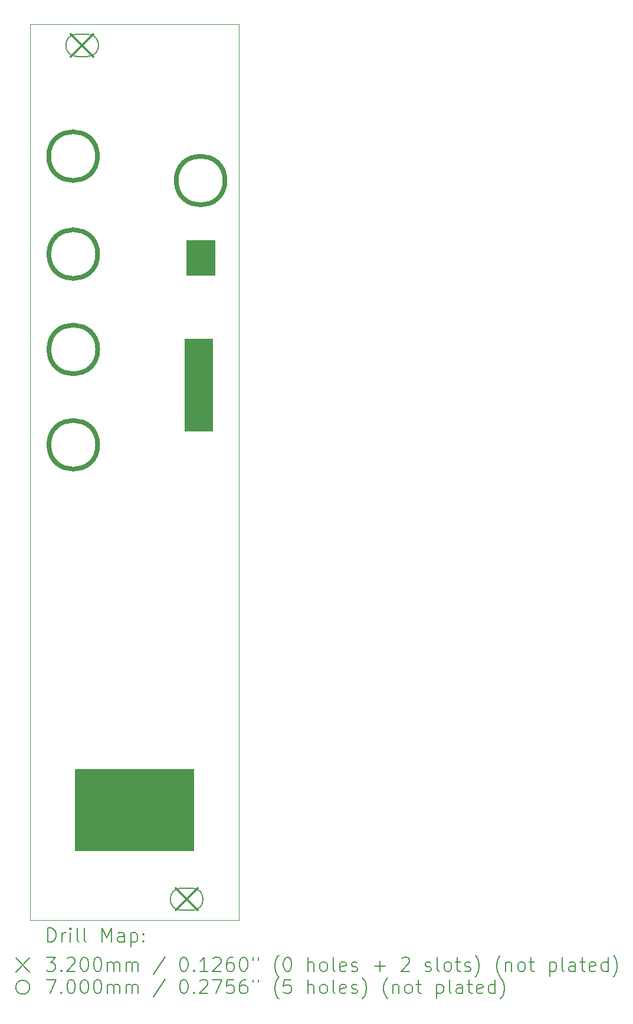
<source format=gbr>
%TF.GenerationSoftware,KiCad,Pcbnew,7.0.5*%
%TF.CreationDate,2023-07-15T15:58:00-07:00*%
%TF.ProjectId,Panel,50616e65-6c2e-46b6-9963-61645f706362,rev?*%
%TF.SameCoordinates,Original*%
%TF.FileFunction,Drillmap*%
%TF.FilePolarity,Positive*%
%FSLAX45Y45*%
G04 Gerber Fmt 4.5, Leading zero omitted, Abs format (unit mm)*
G04 Created by KiCad (PCBNEW 7.0.5) date 2023-07-15 15:58:00*
%MOMM*%
%LPD*%
G01*
G04 APERTURE LIST*
%ADD10C,0.150000*%
%ADD11C,0.050000*%
%ADD12C,0.200000*%
%ADD13C,0.320000*%
%ADD14C,0.700000*%
G04 APERTURE END LIST*
D10*
X8311135Y-14363600D02*
X10001135Y-14363600D01*
X10001135Y-15523600D01*
X8311135Y-15523600D01*
X8311135Y-14363600D01*
G36*
X8311135Y-14363600D02*
G01*
X10001135Y-14363600D01*
X10001135Y-15523600D01*
X8311135Y-15523600D01*
X8311135Y-14363600D01*
G37*
D11*
X7656135Y-3668600D02*
X10656135Y-3668600D01*
X10656135Y-16518600D01*
X7656135Y-16518600D01*
X7656135Y-3668600D01*
X9906135Y-6768600D02*
X10306135Y-6768600D01*
X10306135Y-7268600D01*
X9906135Y-7268600D01*
X9906135Y-6768600D01*
G36*
X9906135Y-6768600D02*
G01*
X10306135Y-6768600D01*
X10306135Y-7268600D01*
X9906135Y-7268600D01*
X9906135Y-6768600D01*
G37*
X9876135Y-8178600D02*
X10276135Y-8178600D01*
X10276135Y-9498600D01*
X9876135Y-9498600D01*
X9876135Y-8178600D01*
G36*
X9876135Y-8178600D02*
G01*
X10276135Y-8178600D01*
X10276135Y-9498600D01*
X9876135Y-9498600D01*
X9876135Y-8178600D01*
G37*
D12*
D13*
X8246135Y-3808600D02*
X8566135Y-4128600D01*
X8566135Y-3808600D02*
X8246135Y-4128600D01*
D12*
X8331135Y-4128600D02*
X8481135Y-4128600D01*
X8481135Y-4128600D02*
G75*
G03*
X8481135Y-3808600I0J160000D01*
G01*
X8481135Y-3808600D02*
X8331135Y-3808600D01*
X8331135Y-3808600D02*
G75*
G03*
X8331135Y-4128600I0J-160000D01*
G01*
D13*
X9746135Y-16058600D02*
X10066135Y-16378600D01*
X10066135Y-16058600D02*
X9746135Y-16378600D01*
D12*
X9831135Y-16378600D02*
X9981135Y-16378600D01*
X9981135Y-16378600D02*
G75*
G03*
X9981135Y-16058600I0J160000D01*
G01*
X9981135Y-16058600D02*
X9831135Y-16058600D01*
X9831135Y-16058600D02*
G75*
G03*
X9831135Y-16378600I0J-160000D01*
G01*
D14*
X8626135Y-5558600D02*
G75*
G03*
X8626135Y-5558600I-350000J0D01*
G01*
X8629135Y-6964100D02*
G75*
G03*
X8629135Y-6964100I-350000J0D01*
G01*
X8629135Y-8331850D02*
G75*
G03*
X8629135Y-8331850I-350000J0D01*
G01*
X8629135Y-9699600D02*
G75*
G03*
X8629135Y-9699600I-350000J0D01*
G01*
X10456135Y-5908600D02*
G75*
G03*
X10456135Y-5908600I-350000J0D01*
G01*
D12*
X7914412Y-16832584D02*
X7914412Y-16632583D01*
X7914412Y-16632583D02*
X7962031Y-16632583D01*
X7962031Y-16632583D02*
X7990603Y-16642107D01*
X7990603Y-16642107D02*
X8009650Y-16661155D01*
X8009650Y-16661155D02*
X8019174Y-16680202D01*
X8019174Y-16680202D02*
X8028698Y-16718298D01*
X8028698Y-16718298D02*
X8028698Y-16746869D01*
X8028698Y-16746869D02*
X8019174Y-16784964D01*
X8019174Y-16784964D02*
X8009650Y-16804012D01*
X8009650Y-16804012D02*
X7990603Y-16823060D01*
X7990603Y-16823060D02*
X7962031Y-16832584D01*
X7962031Y-16832584D02*
X7914412Y-16832584D01*
X8114412Y-16832584D02*
X8114412Y-16699250D01*
X8114412Y-16737345D02*
X8123936Y-16718298D01*
X8123936Y-16718298D02*
X8133460Y-16708774D01*
X8133460Y-16708774D02*
X8152507Y-16699250D01*
X8152507Y-16699250D02*
X8171555Y-16699250D01*
X8238222Y-16832584D02*
X8238222Y-16699250D01*
X8238222Y-16632583D02*
X8228698Y-16642107D01*
X8228698Y-16642107D02*
X8238222Y-16651631D01*
X8238222Y-16651631D02*
X8247745Y-16642107D01*
X8247745Y-16642107D02*
X8238222Y-16632583D01*
X8238222Y-16632583D02*
X8238222Y-16651631D01*
X8362031Y-16832584D02*
X8342984Y-16823060D01*
X8342984Y-16823060D02*
X8333460Y-16804012D01*
X8333460Y-16804012D02*
X8333460Y-16632583D01*
X8466793Y-16832584D02*
X8447746Y-16823060D01*
X8447746Y-16823060D02*
X8438222Y-16804012D01*
X8438222Y-16804012D02*
X8438222Y-16632583D01*
X8695365Y-16832584D02*
X8695365Y-16632583D01*
X8695365Y-16632583D02*
X8762031Y-16775441D01*
X8762031Y-16775441D02*
X8828698Y-16632583D01*
X8828698Y-16632583D02*
X8828698Y-16832584D01*
X9009650Y-16832584D02*
X9009650Y-16727822D01*
X9009650Y-16727822D02*
X9000127Y-16708774D01*
X9000127Y-16708774D02*
X8981079Y-16699250D01*
X8981079Y-16699250D02*
X8942984Y-16699250D01*
X8942984Y-16699250D02*
X8923936Y-16708774D01*
X9009650Y-16823060D02*
X8990603Y-16832584D01*
X8990603Y-16832584D02*
X8942984Y-16832584D01*
X8942984Y-16832584D02*
X8923936Y-16823060D01*
X8923936Y-16823060D02*
X8914412Y-16804012D01*
X8914412Y-16804012D02*
X8914412Y-16784964D01*
X8914412Y-16784964D02*
X8923936Y-16765917D01*
X8923936Y-16765917D02*
X8942984Y-16756393D01*
X8942984Y-16756393D02*
X8990603Y-16756393D01*
X8990603Y-16756393D02*
X9009650Y-16746869D01*
X9104888Y-16699250D02*
X9104888Y-16899250D01*
X9104888Y-16708774D02*
X9123936Y-16699250D01*
X9123936Y-16699250D02*
X9162031Y-16699250D01*
X9162031Y-16699250D02*
X9181079Y-16708774D01*
X9181079Y-16708774D02*
X9190603Y-16718298D01*
X9190603Y-16718298D02*
X9200127Y-16737345D01*
X9200127Y-16737345D02*
X9200127Y-16794488D01*
X9200127Y-16794488D02*
X9190603Y-16813536D01*
X9190603Y-16813536D02*
X9181079Y-16823060D01*
X9181079Y-16823060D02*
X9162031Y-16832584D01*
X9162031Y-16832584D02*
X9123936Y-16832584D01*
X9123936Y-16832584D02*
X9104888Y-16823060D01*
X9285841Y-16813536D02*
X9295365Y-16823060D01*
X9295365Y-16823060D02*
X9285841Y-16832584D01*
X9285841Y-16832584D02*
X9276317Y-16823060D01*
X9276317Y-16823060D02*
X9285841Y-16813536D01*
X9285841Y-16813536D02*
X9285841Y-16832584D01*
X9285841Y-16708774D02*
X9295365Y-16718298D01*
X9295365Y-16718298D02*
X9285841Y-16727822D01*
X9285841Y-16727822D02*
X9276317Y-16718298D01*
X9276317Y-16718298D02*
X9285841Y-16708774D01*
X9285841Y-16708774D02*
X9285841Y-16727822D01*
X7453635Y-17061100D02*
X7653635Y-17261100D01*
X7653635Y-17061100D02*
X7453635Y-17261100D01*
X7895365Y-17052584D02*
X8019174Y-17052584D01*
X8019174Y-17052584D02*
X7952507Y-17128774D01*
X7952507Y-17128774D02*
X7981079Y-17128774D01*
X7981079Y-17128774D02*
X8000126Y-17138298D01*
X8000126Y-17138298D02*
X8009650Y-17147822D01*
X8009650Y-17147822D02*
X8019174Y-17166869D01*
X8019174Y-17166869D02*
X8019174Y-17214488D01*
X8019174Y-17214488D02*
X8009650Y-17233536D01*
X8009650Y-17233536D02*
X8000126Y-17243060D01*
X8000126Y-17243060D02*
X7981079Y-17252584D01*
X7981079Y-17252584D02*
X7923936Y-17252584D01*
X7923936Y-17252584D02*
X7904888Y-17243060D01*
X7904888Y-17243060D02*
X7895365Y-17233536D01*
X8104888Y-17233536D02*
X8114412Y-17243060D01*
X8114412Y-17243060D02*
X8104888Y-17252584D01*
X8104888Y-17252584D02*
X8095365Y-17243060D01*
X8095365Y-17243060D02*
X8104888Y-17233536D01*
X8104888Y-17233536D02*
X8104888Y-17252584D01*
X8190603Y-17071631D02*
X8200126Y-17062107D01*
X8200126Y-17062107D02*
X8219174Y-17052584D01*
X8219174Y-17052584D02*
X8266793Y-17052584D01*
X8266793Y-17052584D02*
X8285841Y-17062107D01*
X8285841Y-17062107D02*
X8295365Y-17071631D01*
X8295365Y-17071631D02*
X8304888Y-17090679D01*
X8304888Y-17090679D02*
X8304888Y-17109726D01*
X8304888Y-17109726D02*
X8295365Y-17138298D01*
X8295365Y-17138298D02*
X8181079Y-17252584D01*
X8181079Y-17252584D02*
X8304888Y-17252584D01*
X8428698Y-17052584D02*
X8447746Y-17052584D01*
X8447746Y-17052584D02*
X8466793Y-17062107D01*
X8466793Y-17062107D02*
X8476317Y-17071631D01*
X8476317Y-17071631D02*
X8485841Y-17090679D01*
X8485841Y-17090679D02*
X8495365Y-17128774D01*
X8495365Y-17128774D02*
X8495365Y-17176393D01*
X8495365Y-17176393D02*
X8485841Y-17214488D01*
X8485841Y-17214488D02*
X8476317Y-17233536D01*
X8476317Y-17233536D02*
X8466793Y-17243060D01*
X8466793Y-17243060D02*
X8447746Y-17252584D01*
X8447746Y-17252584D02*
X8428698Y-17252584D01*
X8428698Y-17252584D02*
X8409650Y-17243060D01*
X8409650Y-17243060D02*
X8400127Y-17233536D01*
X8400127Y-17233536D02*
X8390603Y-17214488D01*
X8390603Y-17214488D02*
X8381079Y-17176393D01*
X8381079Y-17176393D02*
X8381079Y-17128774D01*
X8381079Y-17128774D02*
X8390603Y-17090679D01*
X8390603Y-17090679D02*
X8400127Y-17071631D01*
X8400127Y-17071631D02*
X8409650Y-17062107D01*
X8409650Y-17062107D02*
X8428698Y-17052584D01*
X8619174Y-17052584D02*
X8638222Y-17052584D01*
X8638222Y-17052584D02*
X8657269Y-17062107D01*
X8657269Y-17062107D02*
X8666793Y-17071631D01*
X8666793Y-17071631D02*
X8676317Y-17090679D01*
X8676317Y-17090679D02*
X8685841Y-17128774D01*
X8685841Y-17128774D02*
X8685841Y-17176393D01*
X8685841Y-17176393D02*
X8676317Y-17214488D01*
X8676317Y-17214488D02*
X8666793Y-17233536D01*
X8666793Y-17233536D02*
X8657269Y-17243060D01*
X8657269Y-17243060D02*
X8638222Y-17252584D01*
X8638222Y-17252584D02*
X8619174Y-17252584D01*
X8619174Y-17252584D02*
X8600127Y-17243060D01*
X8600127Y-17243060D02*
X8590603Y-17233536D01*
X8590603Y-17233536D02*
X8581079Y-17214488D01*
X8581079Y-17214488D02*
X8571555Y-17176393D01*
X8571555Y-17176393D02*
X8571555Y-17128774D01*
X8571555Y-17128774D02*
X8581079Y-17090679D01*
X8581079Y-17090679D02*
X8590603Y-17071631D01*
X8590603Y-17071631D02*
X8600127Y-17062107D01*
X8600127Y-17062107D02*
X8619174Y-17052584D01*
X8771555Y-17252584D02*
X8771555Y-17119250D01*
X8771555Y-17138298D02*
X8781079Y-17128774D01*
X8781079Y-17128774D02*
X8800127Y-17119250D01*
X8800127Y-17119250D02*
X8828698Y-17119250D01*
X8828698Y-17119250D02*
X8847746Y-17128774D01*
X8847746Y-17128774D02*
X8857269Y-17147822D01*
X8857269Y-17147822D02*
X8857269Y-17252584D01*
X8857269Y-17147822D02*
X8866793Y-17128774D01*
X8866793Y-17128774D02*
X8885841Y-17119250D01*
X8885841Y-17119250D02*
X8914412Y-17119250D01*
X8914412Y-17119250D02*
X8933460Y-17128774D01*
X8933460Y-17128774D02*
X8942984Y-17147822D01*
X8942984Y-17147822D02*
X8942984Y-17252584D01*
X9038222Y-17252584D02*
X9038222Y-17119250D01*
X9038222Y-17138298D02*
X9047746Y-17128774D01*
X9047746Y-17128774D02*
X9066793Y-17119250D01*
X9066793Y-17119250D02*
X9095365Y-17119250D01*
X9095365Y-17119250D02*
X9114412Y-17128774D01*
X9114412Y-17128774D02*
X9123936Y-17147822D01*
X9123936Y-17147822D02*
X9123936Y-17252584D01*
X9123936Y-17147822D02*
X9133460Y-17128774D01*
X9133460Y-17128774D02*
X9152508Y-17119250D01*
X9152508Y-17119250D02*
X9181079Y-17119250D01*
X9181079Y-17119250D02*
X9200127Y-17128774D01*
X9200127Y-17128774D02*
X9209650Y-17147822D01*
X9209650Y-17147822D02*
X9209650Y-17252584D01*
X9600127Y-17043060D02*
X9428698Y-17300203D01*
X9857270Y-17052584D02*
X9876317Y-17052584D01*
X9876317Y-17052584D02*
X9895365Y-17062107D01*
X9895365Y-17062107D02*
X9904889Y-17071631D01*
X9904889Y-17071631D02*
X9914412Y-17090679D01*
X9914412Y-17090679D02*
X9923936Y-17128774D01*
X9923936Y-17128774D02*
X9923936Y-17176393D01*
X9923936Y-17176393D02*
X9914412Y-17214488D01*
X9914412Y-17214488D02*
X9904889Y-17233536D01*
X9904889Y-17233536D02*
X9895365Y-17243060D01*
X9895365Y-17243060D02*
X9876317Y-17252584D01*
X9876317Y-17252584D02*
X9857270Y-17252584D01*
X9857270Y-17252584D02*
X9838222Y-17243060D01*
X9838222Y-17243060D02*
X9828698Y-17233536D01*
X9828698Y-17233536D02*
X9819174Y-17214488D01*
X9819174Y-17214488D02*
X9809651Y-17176393D01*
X9809651Y-17176393D02*
X9809651Y-17128774D01*
X9809651Y-17128774D02*
X9819174Y-17090679D01*
X9819174Y-17090679D02*
X9828698Y-17071631D01*
X9828698Y-17071631D02*
X9838222Y-17062107D01*
X9838222Y-17062107D02*
X9857270Y-17052584D01*
X10009651Y-17233536D02*
X10019174Y-17243060D01*
X10019174Y-17243060D02*
X10009651Y-17252584D01*
X10009651Y-17252584D02*
X10000127Y-17243060D01*
X10000127Y-17243060D02*
X10009651Y-17233536D01*
X10009651Y-17233536D02*
X10009651Y-17252584D01*
X10209651Y-17252584D02*
X10095365Y-17252584D01*
X10152508Y-17252584D02*
X10152508Y-17052584D01*
X10152508Y-17052584D02*
X10133460Y-17081155D01*
X10133460Y-17081155D02*
X10114412Y-17100203D01*
X10114412Y-17100203D02*
X10095365Y-17109726D01*
X10285841Y-17071631D02*
X10295365Y-17062107D01*
X10295365Y-17062107D02*
X10314412Y-17052584D01*
X10314412Y-17052584D02*
X10362032Y-17052584D01*
X10362032Y-17052584D02*
X10381079Y-17062107D01*
X10381079Y-17062107D02*
X10390603Y-17071631D01*
X10390603Y-17071631D02*
X10400127Y-17090679D01*
X10400127Y-17090679D02*
X10400127Y-17109726D01*
X10400127Y-17109726D02*
X10390603Y-17138298D01*
X10390603Y-17138298D02*
X10276317Y-17252584D01*
X10276317Y-17252584D02*
X10400127Y-17252584D01*
X10571555Y-17052584D02*
X10533460Y-17052584D01*
X10533460Y-17052584D02*
X10514412Y-17062107D01*
X10514412Y-17062107D02*
X10504889Y-17071631D01*
X10504889Y-17071631D02*
X10485841Y-17100203D01*
X10485841Y-17100203D02*
X10476317Y-17138298D01*
X10476317Y-17138298D02*
X10476317Y-17214488D01*
X10476317Y-17214488D02*
X10485841Y-17233536D01*
X10485841Y-17233536D02*
X10495365Y-17243060D01*
X10495365Y-17243060D02*
X10514412Y-17252584D01*
X10514412Y-17252584D02*
X10552508Y-17252584D01*
X10552508Y-17252584D02*
X10571555Y-17243060D01*
X10571555Y-17243060D02*
X10581079Y-17233536D01*
X10581079Y-17233536D02*
X10590603Y-17214488D01*
X10590603Y-17214488D02*
X10590603Y-17166869D01*
X10590603Y-17166869D02*
X10581079Y-17147822D01*
X10581079Y-17147822D02*
X10571555Y-17138298D01*
X10571555Y-17138298D02*
X10552508Y-17128774D01*
X10552508Y-17128774D02*
X10514412Y-17128774D01*
X10514412Y-17128774D02*
X10495365Y-17138298D01*
X10495365Y-17138298D02*
X10485841Y-17147822D01*
X10485841Y-17147822D02*
X10476317Y-17166869D01*
X10714412Y-17052584D02*
X10733460Y-17052584D01*
X10733460Y-17052584D02*
X10752508Y-17062107D01*
X10752508Y-17062107D02*
X10762032Y-17071631D01*
X10762032Y-17071631D02*
X10771555Y-17090679D01*
X10771555Y-17090679D02*
X10781079Y-17128774D01*
X10781079Y-17128774D02*
X10781079Y-17176393D01*
X10781079Y-17176393D02*
X10771555Y-17214488D01*
X10771555Y-17214488D02*
X10762032Y-17233536D01*
X10762032Y-17233536D02*
X10752508Y-17243060D01*
X10752508Y-17243060D02*
X10733460Y-17252584D01*
X10733460Y-17252584D02*
X10714412Y-17252584D01*
X10714412Y-17252584D02*
X10695365Y-17243060D01*
X10695365Y-17243060D02*
X10685841Y-17233536D01*
X10685841Y-17233536D02*
X10676317Y-17214488D01*
X10676317Y-17214488D02*
X10666793Y-17176393D01*
X10666793Y-17176393D02*
X10666793Y-17128774D01*
X10666793Y-17128774D02*
X10676317Y-17090679D01*
X10676317Y-17090679D02*
X10685841Y-17071631D01*
X10685841Y-17071631D02*
X10695365Y-17062107D01*
X10695365Y-17062107D02*
X10714412Y-17052584D01*
X10857270Y-17052584D02*
X10857270Y-17090679D01*
X10933460Y-17052584D02*
X10933460Y-17090679D01*
X11228698Y-17328774D02*
X11219174Y-17319250D01*
X11219174Y-17319250D02*
X11200127Y-17290679D01*
X11200127Y-17290679D02*
X11190603Y-17271631D01*
X11190603Y-17271631D02*
X11181079Y-17243060D01*
X11181079Y-17243060D02*
X11171555Y-17195441D01*
X11171555Y-17195441D02*
X11171555Y-17157345D01*
X11171555Y-17157345D02*
X11181079Y-17109726D01*
X11181079Y-17109726D02*
X11190603Y-17081155D01*
X11190603Y-17081155D02*
X11200127Y-17062107D01*
X11200127Y-17062107D02*
X11219174Y-17033536D01*
X11219174Y-17033536D02*
X11228698Y-17024012D01*
X11342984Y-17052584D02*
X11362032Y-17052584D01*
X11362032Y-17052584D02*
X11381079Y-17062107D01*
X11381079Y-17062107D02*
X11390603Y-17071631D01*
X11390603Y-17071631D02*
X11400127Y-17090679D01*
X11400127Y-17090679D02*
X11409651Y-17128774D01*
X11409651Y-17128774D02*
X11409651Y-17176393D01*
X11409651Y-17176393D02*
X11400127Y-17214488D01*
X11400127Y-17214488D02*
X11390603Y-17233536D01*
X11390603Y-17233536D02*
X11381079Y-17243060D01*
X11381079Y-17243060D02*
X11362032Y-17252584D01*
X11362032Y-17252584D02*
X11342984Y-17252584D01*
X11342984Y-17252584D02*
X11323936Y-17243060D01*
X11323936Y-17243060D02*
X11314412Y-17233536D01*
X11314412Y-17233536D02*
X11304889Y-17214488D01*
X11304889Y-17214488D02*
X11295365Y-17176393D01*
X11295365Y-17176393D02*
X11295365Y-17128774D01*
X11295365Y-17128774D02*
X11304889Y-17090679D01*
X11304889Y-17090679D02*
X11314412Y-17071631D01*
X11314412Y-17071631D02*
X11323936Y-17062107D01*
X11323936Y-17062107D02*
X11342984Y-17052584D01*
X11647746Y-17252584D02*
X11647746Y-17052584D01*
X11733460Y-17252584D02*
X11733460Y-17147822D01*
X11733460Y-17147822D02*
X11723936Y-17128774D01*
X11723936Y-17128774D02*
X11704889Y-17119250D01*
X11704889Y-17119250D02*
X11676317Y-17119250D01*
X11676317Y-17119250D02*
X11657270Y-17128774D01*
X11657270Y-17128774D02*
X11647746Y-17138298D01*
X11857270Y-17252584D02*
X11838222Y-17243060D01*
X11838222Y-17243060D02*
X11828698Y-17233536D01*
X11828698Y-17233536D02*
X11819174Y-17214488D01*
X11819174Y-17214488D02*
X11819174Y-17157345D01*
X11819174Y-17157345D02*
X11828698Y-17138298D01*
X11828698Y-17138298D02*
X11838222Y-17128774D01*
X11838222Y-17128774D02*
X11857270Y-17119250D01*
X11857270Y-17119250D02*
X11885841Y-17119250D01*
X11885841Y-17119250D02*
X11904889Y-17128774D01*
X11904889Y-17128774D02*
X11914413Y-17138298D01*
X11914413Y-17138298D02*
X11923936Y-17157345D01*
X11923936Y-17157345D02*
X11923936Y-17214488D01*
X11923936Y-17214488D02*
X11914413Y-17233536D01*
X11914413Y-17233536D02*
X11904889Y-17243060D01*
X11904889Y-17243060D02*
X11885841Y-17252584D01*
X11885841Y-17252584D02*
X11857270Y-17252584D01*
X12038222Y-17252584D02*
X12019174Y-17243060D01*
X12019174Y-17243060D02*
X12009651Y-17224012D01*
X12009651Y-17224012D02*
X12009651Y-17052584D01*
X12190603Y-17243060D02*
X12171555Y-17252584D01*
X12171555Y-17252584D02*
X12133460Y-17252584D01*
X12133460Y-17252584D02*
X12114413Y-17243060D01*
X12114413Y-17243060D02*
X12104889Y-17224012D01*
X12104889Y-17224012D02*
X12104889Y-17147822D01*
X12104889Y-17147822D02*
X12114413Y-17128774D01*
X12114413Y-17128774D02*
X12133460Y-17119250D01*
X12133460Y-17119250D02*
X12171555Y-17119250D01*
X12171555Y-17119250D02*
X12190603Y-17128774D01*
X12190603Y-17128774D02*
X12200127Y-17147822D01*
X12200127Y-17147822D02*
X12200127Y-17166869D01*
X12200127Y-17166869D02*
X12104889Y-17185917D01*
X12276317Y-17243060D02*
X12295365Y-17252584D01*
X12295365Y-17252584D02*
X12333460Y-17252584D01*
X12333460Y-17252584D02*
X12352508Y-17243060D01*
X12352508Y-17243060D02*
X12362032Y-17224012D01*
X12362032Y-17224012D02*
X12362032Y-17214488D01*
X12362032Y-17214488D02*
X12352508Y-17195441D01*
X12352508Y-17195441D02*
X12333460Y-17185917D01*
X12333460Y-17185917D02*
X12304889Y-17185917D01*
X12304889Y-17185917D02*
X12285841Y-17176393D01*
X12285841Y-17176393D02*
X12276317Y-17157345D01*
X12276317Y-17157345D02*
X12276317Y-17147822D01*
X12276317Y-17147822D02*
X12285841Y-17128774D01*
X12285841Y-17128774D02*
X12304889Y-17119250D01*
X12304889Y-17119250D02*
X12333460Y-17119250D01*
X12333460Y-17119250D02*
X12352508Y-17128774D01*
X12600127Y-17176393D02*
X12752508Y-17176393D01*
X12676317Y-17252584D02*
X12676317Y-17100203D01*
X12990603Y-17071631D02*
X13000127Y-17062107D01*
X13000127Y-17062107D02*
X13019175Y-17052584D01*
X13019175Y-17052584D02*
X13066794Y-17052584D01*
X13066794Y-17052584D02*
X13085841Y-17062107D01*
X13085841Y-17062107D02*
X13095365Y-17071631D01*
X13095365Y-17071631D02*
X13104889Y-17090679D01*
X13104889Y-17090679D02*
X13104889Y-17109726D01*
X13104889Y-17109726D02*
X13095365Y-17138298D01*
X13095365Y-17138298D02*
X12981079Y-17252584D01*
X12981079Y-17252584D02*
X13104889Y-17252584D01*
X13333460Y-17243060D02*
X13352508Y-17252584D01*
X13352508Y-17252584D02*
X13390603Y-17252584D01*
X13390603Y-17252584D02*
X13409651Y-17243060D01*
X13409651Y-17243060D02*
X13419175Y-17224012D01*
X13419175Y-17224012D02*
X13419175Y-17214488D01*
X13419175Y-17214488D02*
X13409651Y-17195441D01*
X13409651Y-17195441D02*
X13390603Y-17185917D01*
X13390603Y-17185917D02*
X13362032Y-17185917D01*
X13362032Y-17185917D02*
X13342984Y-17176393D01*
X13342984Y-17176393D02*
X13333460Y-17157345D01*
X13333460Y-17157345D02*
X13333460Y-17147822D01*
X13333460Y-17147822D02*
X13342984Y-17128774D01*
X13342984Y-17128774D02*
X13362032Y-17119250D01*
X13362032Y-17119250D02*
X13390603Y-17119250D01*
X13390603Y-17119250D02*
X13409651Y-17128774D01*
X13533460Y-17252584D02*
X13514413Y-17243060D01*
X13514413Y-17243060D02*
X13504889Y-17224012D01*
X13504889Y-17224012D02*
X13504889Y-17052584D01*
X13638222Y-17252584D02*
X13619175Y-17243060D01*
X13619175Y-17243060D02*
X13609651Y-17233536D01*
X13609651Y-17233536D02*
X13600127Y-17214488D01*
X13600127Y-17214488D02*
X13600127Y-17157345D01*
X13600127Y-17157345D02*
X13609651Y-17138298D01*
X13609651Y-17138298D02*
X13619175Y-17128774D01*
X13619175Y-17128774D02*
X13638222Y-17119250D01*
X13638222Y-17119250D02*
X13666794Y-17119250D01*
X13666794Y-17119250D02*
X13685841Y-17128774D01*
X13685841Y-17128774D02*
X13695365Y-17138298D01*
X13695365Y-17138298D02*
X13704889Y-17157345D01*
X13704889Y-17157345D02*
X13704889Y-17214488D01*
X13704889Y-17214488D02*
X13695365Y-17233536D01*
X13695365Y-17233536D02*
X13685841Y-17243060D01*
X13685841Y-17243060D02*
X13666794Y-17252584D01*
X13666794Y-17252584D02*
X13638222Y-17252584D01*
X13762032Y-17119250D02*
X13838222Y-17119250D01*
X13790603Y-17052584D02*
X13790603Y-17224012D01*
X13790603Y-17224012D02*
X13800127Y-17243060D01*
X13800127Y-17243060D02*
X13819175Y-17252584D01*
X13819175Y-17252584D02*
X13838222Y-17252584D01*
X13895365Y-17243060D02*
X13914413Y-17252584D01*
X13914413Y-17252584D02*
X13952508Y-17252584D01*
X13952508Y-17252584D02*
X13971556Y-17243060D01*
X13971556Y-17243060D02*
X13981079Y-17224012D01*
X13981079Y-17224012D02*
X13981079Y-17214488D01*
X13981079Y-17214488D02*
X13971556Y-17195441D01*
X13971556Y-17195441D02*
X13952508Y-17185917D01*
X13952508Y-17185917D02*
X13923937Y-17185917D01*
X13923937Y-17185917D02*
X13904889Y-17176393D01*
X13904889Y-17176393D02*
X13895365Y-17157345D01*
X13895365Y-17157345D02*
X13895365Y-17147822D01*
X13895365Y-17147822D02*
X13904889Y-17128774D01*
X13904889Y-17128774D02*
X13923937Y-17119250D01*
X13923937Y-17119250D02*
X13952508Y-17119250D01*
X13952508Y-17119250D02*
X13971556Y-17128774D01*
X14047746Y-17328774D02*
X14057270Y-17319250D01*
X14057270Y-17319250D02*
X14076318Y-17290679D01*
X14076318Y-17290679D02*
X14085841Y-17271631D01*
X14085841Y-17271631D02*
X14095365Y-17243060D01*
X14095365Y-17243060D02*
X14104889Y-17195441D01*
X14104889Y-17195441D02*
X14104889Y-17157345D01*
X14104889Y-17157345D02*
X14095365Y-17109726D01*
X14095365Y-17109726D02*
X14085841Y-17081155D01*
X14085841Y-17081155D02*
X14076318Y-17062107D01*
X14076318Y-17062107D02*
X14057270Y-17033536D01*
X14057270Y-17033536D02*
X14047746Y-17024012D01*
X14409651Y-17328774D02*
X14400127Y-17319250D01*
X14400127Y-17319250D02*
X14381079Y-17290679D01*
X14381079Y-17290679D02*
X14371556Y-17271631D01*
X14371556Y-17271631D02*
X14362032Y-17243060D01*
X14362032Y-17243060D02*
X14352508Y-17195441D01*
X14352508Y-17195441D02*
X14352508Y-17157345D01*
X14352508Y-17157345D02*
X14362032Y-17109726D01*
X14362032Y-17109726D02*
X14371556Y-17081155D01*
X14371556Y-17081155D02*
X14381079Y-17062107D01*
X14381079Y-17062107D02*
X14400127Y-17033536D01*
X14400127Y-17033536D02*
X14409651Y-17024012D01*
X14485841Y-17119250D02*
X14485841Y-17252584D01*
X14485841Y-17138298D02*
X14495365Y-17128774D01*
X14495365Y-17128774D02*
X14514413Y-17119250D01*
X14514413Y-17119250D02*
X14542984Y-17119250D01*
X14542984Y-17119250D02*
X14562032Y-17128774D01*
X14562032Y-17128774D02*
X14571556Y-17147822D01*
X14571556Y-17147822D02*
X14571556Y-17252584D01*
X14695365Y-17252584D02*
X14676318Y-17243060D01*
X14676318Y-17243060D02*
X14666794Y-17233536D01*
X14666794Y-17233536D02*
X14657270Y-17214488D01*
X14657270Y-17214488D02*
X14657270Y-17157345D01*
X14657270Y-17157345D02*
X14666794Y-17138298D01*
X14666794Y-17138298D02*
X14676318Y-17128774D01*
X14676318Y-17128774D02*
X14695365Y-17119250D01*
X14695365Y-17119250D02*
X14723937Y-17119250D01*
X14723937Y-17119250D02*
X14742984Y-17128774D01*
X14742984Y-17128774D02*
X14752508Y-17138298D01*
X14752508Y-17138298D02*
X14762032Y-17157345D01*
X14762032Y-17157345D02*
X14762032Y-17214488D01*
X14762032Y-17214488D02*
X14752508Y-17233536D01*
X14752508Y-17233536D02*
X14742984Y-17243060D01*
X14742984Y-17243060D02*
X14723937Y-17252584D01*
X14723937Y-17252584D02*
X14695365Y-17252584D01*
X14819175Y-17119250D02*
X14895365Y-17119250D01*
X14847746Y-17052584D02*
X14847746Y-17224012D01*
X14847746Y-17224012D02*
X14857270Y-17243060D01*
X14857270Y-17243060D02*
X14876318Y-17252584D01*
X14876318Y-17252584D02*
X14895365Y-17252584D01*
X15114413Y-17119250D02*
X15114413Y-17319250D01*
X15114413Y-17128774D02*
X15133460Y-17119250D01*
X15133460Y-17119250D02*
X15171556Y-17119250D01*
X15171556Y-17119250D02*
X15190603Y-17128774D01*
X15190603Y-17128774D02*
X15200127Y-17138298D01*
X15200127Y-17138298D02*
X15209651Y-17157345D01*
X15209651Y-17157345D02*
X15209651Y-17214488D01*
X15209651Y-17214488D02*
X15200127Y-17233536D01*
X15200127Y-17233536D02*
X15190603Y-17243060D01*
X15190603Y-17243060D02*
X15171556Y-17252584D01*
X15171556Y-17252584D02*
X15133460Y-17252584D01*
X15133460Y-17252584D02*
X15114413Y-17243060D01*
X15323937Y-17252584D02*
X15304889Y-17243060D01*
X15304889Y-17243060D02*
X15295365Y-17224012D01*
X15295365Y-17224012D02*
X15295365Y-17052584D01*
X15485841Y-17252584D02*
X15485841Y-17147822D01*
X15485841Y-17147822D02*
X15476318Y-17128774D01*
X15476318Y-17128774D02*
X15457270Y-17119250D01*
X15457270Y-17119250D02*
X15419175Y-17119250D01*
X15419175Y-17119250D02*
X15400127Y-17128774D01*
X15485841Y-17243060D02*
X15466794Y-17252584D01*
X15466794Y-17252584D02*
X15419175Y-17252584D01*
X15419175Y-17252584D02*
X15400127Y-17243060D01*
X15400127Y-17243060D02*
X15390603Y-17224012D01*
X15390603Y-17224012D02*
X15390603Y-17204964D01*
X15390603Y-17204964D02*
X15400127Y-17185917D01*
X15400127Y-17185917D02*
X15419175Y-17176393D01*
X15419175Y-17176393D02*
X15466794Y-17176393D01*
X15466794Y-17176393D02*
X15485841Y-17166869D01*
X15552508Y-17119250D02*
X15628699Y-17119250D01*
X15581080Y-17052584D02*
X15581080Y-17224012D01*
X15581080Y-17224012D02*
X15590603Y-17243060D01*
X15590603Y-17243060D02*
X15609651Y-17252584D01*
X15609651Y-17252584D02*
X15628699Y-17252584D01*
X15771556Y-17243060D02*
X15752508Y-17252584D01*
X15752508Y-17252584D02*
X15714413Y-17252584D01*
X15714413Y-17252584D02*
X15695365Y-17243060D01*
X15695365Y-17243060D02*
X15685841Y-17224012D01*
X15685841Y-17224012D02*
X15685841Y-17147822D01*
X15685841Y-17147822D02*
X15695365Y-17128774D01*
X15695365Y-17128774D02*
X15714413Y-17119250D01*
X15714413Y-17119250D02*
X15752508Y-17119250D01*
X15752508Y-17119250D02*
X15771556Y-17128774D01*
X15771556Y-17128774D02*
X15781080Y-17147822D01*
X15781080Y-17147822D02*
X15781080Y-17166869D01*
X15781080Y-17166869D02*
X15685841Y-17185917D01*
X15952508Y-17252584D02*
X15952508Y-17052584D01*
X15952508Y-17243060D02*
X15933461Y-17252584D01*
X15933461Y-17252584D02*
X15895365Y-17252584D01*
X15895365Y-17252584D02*
X15876318Y-17243060D01*
X15876318Y-17243060D02*
X15866794Y-17233536D01*
X15866794Y-17233536D02*
X15857270Y-17214488D01*
X15857270Y-17214488D02*
X15857270Y-17157345D01*
X15857270Y-17157345D02*
X15866794Y-17138298D01*
X15866794Y-17138298D02*
X15876318Y-17128774D01*
X15876318Y-17128774D02*
X15895365Y-17119250D01*
X15895365Y-17119250D02*
X15933461Y-17119250D01*
X15933461Y-17119250D02*
X15952508Y-17128774D01*
X16028699Y-17328774D02*
X16038222Y-17319250D01*
X16038222Y-17319250D02*
X16057270Y-17290679D01*
X16057270Y-17290679D02*
X16066794Y-17271631D01*
X16066794Y-17271631D02*
X16076318Y-17243060D01*
X16076318Y-17243060D02*
X16085841Y-17195441D01*
X16085841Y-17195441D02*
X16085841Y-17157345D01*
X16085841Y-17157345D02*
X16076318Y-17109726D01*
X16076318Y-17109726D02*
X16066794Y-17081155D01*
X16066794Y-17081155D02*
X16057270Y-17062107D01*
X16057270Y-17062107D02*
X16038222Y-17033536D01*
X16038222Y-17033536D02*
X16028699Y-17024012D01*
X7653635Y-17481100D02*
G75*
G03*
X7653635Y-17481100I-100000J0D01*
G01*
X7895365Y-17372584D02*
X8028698Y-17372584D01*
X8028698Y-17372584D02*
X7942984Y-17572584D01*
X8104888Y-17553536D02*
X8114412Y-17563060D01*
X8114412Y-17563060D02*
X8104888Y-17572584D01*
X8104888Y-17572584D02*
X8095365Y-17563060D01*
X8095365Y-17563060D02*
X8104888Y-17553536D01*
X8104888Y-17553536D02*
X8104888Y-17572584D01*
X8238222Y-17372584D02*
X8257269Y-17372584D01*
X8257269Y-17372584D02*
X8276317Y-17382107D01*
X8276317Y-17382107D02*
X8285841Y-17391631D01*
X8285841Y-17391631D02*
X8295365Y-17410679D01*
X8295365Y-17410679D02*
X8304888Y-17448774D01*
X8304888Y-17448774D02*
X8304888Y-17496393D01*
X8304888Y-17496393D02*
X8295365Y-17534488D01*
X8295365Y-17534488D02*
X8285841Y-17553536D01*
X8285841Y-17553536D02*
X8276317Y-17563060D01*
X8276317Y-17563060D02*
X8257269Y-17572584D01*
X8257269Y-17572584D02*
X8238222Y-17572584D01*
X8238222Y-17572584D02*
X8219174Y-17563060D01*
X8219174Y-17563060D02*
X8209650Y-17553536D01*
X8209650Y-17553536D02*
X8200126Y-17534488D01*
X8200126Y-17534488D02*
X8190603Y-17496393D01*
X8190603Y-17496393D02*
X8190603Y-17448774D01*
X8190603Y-17448774D02*
X8200126Y-17410679D01*
X8200126Y-17410679D02*
X8209650Y-17391631D01*
X8209650Y-17391631D02*
X8219174Y-17382107D01*
X8219174Y-17382107D02*
X8238222Y-17372584D01*
X8428698Y-17372584D02*
X8447746Y-17372584D01*
X8447746Y-17372584D02*
X8466793Y-17382107D01*
X8466793Y-17382107D02*
X8476317Y-17391631D01*
X8476317Y-17391631D02*
X8485841Y-17410679D01*
X8485841Y-17410679D02*
X8495365Y-17448774D01*
X8495365Y-17448774D02*
X8495365Y-17496393D01*
X8495365Y-17496393D02*
X8485841Y-17534488D01*
X8485841Y-17534488D02*
X8476317Y-17553536D01*
X8476317Y-17553536D02*
X8466793Y-17563060D01*
X8466793Y-17563060D02*
X8447746Y-17572584D01*
X8447746Y-17572584D02*
X8428698Y-17572584D01*
X8428698Y-17572584D02*
X8409650Y-17563060D01*
X8409650Y-17563060D02*
X8400127Y-17553536D01*
X8400127Y-17553536D02*
X8390603Y-17534488D01*
X8390603Y-17534488D02*
X8381079Y-17496393D01*
X8381079Y-17496393D02*
X8381079Y-17448774D01*
X8381079Y-17448774D02*
X8390603Y-17410679D01*
X8390603Y-17410679D02*
X8400127Y-17391631D01*
X8400127Y-17391631D02*
X8409650Y-17382107D01*
X8409650Y-17382107D02*
X8428698Y-17372584D01*
X8619174Y-17372584D02*
X8638222Y-17372584D01*
X8638222Y-17372584D02*
X8657269Y-17382107D01*
X8657269Y-17382107D02*
X8666793Y-17391631D01*
X8666793Y-17391631D02*
X8676317Y-17410679D01*
X8676317Y-17410679D02*
X8685841Y-17448774D01*
X8685841Y-17448774D02*
X8685841Y-17496393D01*
X8685841Y-17496393D02*
X8676317Y-17534488D01*
X8676317Y-17534488D02*
X8666793Y-17553536D01*
X8666793Y-17553536D02*
X8657269Y-17563060D01*
X8657269Y-17563060D02*
X8638222Y-17572584D01*
X8638222Y-17572584D02*
X8619174Y-17572584D01*
X8619174Y-17572584D02*
X8600127Y-17563060D01*
X8600127Y-17563060D02*
X8590603Y-17553536D01*
X8590603Y-17553536D02*
X8581079Y-17534488D01*
X8581079Y-17534488D02*
X8571555Y-17496393D01*
X8571555Y-17496393D02*
X8571555Y-17448774D01*
X8571555Y-17448774D02*
X8581079Y-17410679D01*
X8581079Y-17410679D02*
X8590603Y-17391631D01*
X8590603Y-17391631D02*
X8600127Y-17382107D01*
X8600127Y-17382107D02*
X8619174Y-17372584D01*
X8771555Y-17572584D02*
X8771555Y-17439250D01*
X8771555Y-17458298D02*
X8781079Y-17448774D01*
X8781079Y-17448774D02*
X8800127Y-17439250D01*
X8800127Y-17439250D02*
X8828698Y-17439250D01*
X8828698Y-17439250D02*
X8847746Y-17448774D01*
X8847746Y-17448774D02*
X8857269Y-17467822D01*
X8857269Y-17467822D02*
X8857269Y-17572584D01*
X8857269Y-17467822D02*
X8866793Y-17448774D01*
X8866793Y-17448774D02*
X8885841Y-17439250D01*
X8885841Y-17439250D02*
X8914412Y-17439250D01*
X8914412Y-17439250D02*
X8933460Y-17448774D01*
X8933460Y-17448774D02*
X8942984Y-17467822D01*
X8942984Y-17467822D02*
X8942984Y-17572584D01*
X9038222Y-17572584D02*
X9038222Y-17439250D01*
X9038222Y-17458298D02*
X9047746Y-17448774D01*
X9047746Y-17448774D02*
X9066793Y-17439250D01*
X9066793Y-17439250D02*
X9095365Y-17439250D01*
X9095365Y-17439250D02*
X9114412Y-17448774D01*
X9114412Y-17448774D02*
X9123936Y-17467822D01*
X9123936Y-17467822D02*
X9123936Y-17572584D01*
X9123936Y-17467822D02*
X9133460Y-17448774D01*
X9133460Y-17448774D02*
X9152508Y-17439250D01*
X9152508Y-17439250D02*
X9181079Y-17439250D01*
X9181079Y-17439250D02*
X9200127Y-17448774D01*
X9200127Y-17448774D02*
X9209650Y-17467822D01*
X9209650Y-17467822D02*
X9209650Y-17572584D01*
X9600127Y-17363060D02*
X9428698Y-17620203D01*
X9857270Y-17372584D02*
X9876317Y-17372584D01*
X9876317Y-17372584D02*
X9895365Y-17382107D01*
X9895365Y-17382107D02*
X9904889Y-17391631D01*
X9904889Y-17391631D02*
X9914412Y-17410679D01*
X9914412Y-17410679D02*
X9923936Y-17448774D01*
X9923936Y-17448774D02*
X9923936Y-17496393D01*
X9923936Y-17496393D02*
X9914412Y-17534488D01*
X9914412Y-17534488D02*
X9904889Y-17553536D01*
X9904889Y-17553536D02*
X9895365Y-17563060D01*
X9895365Y-17563060D02*
X9876317Y-17572584D01*
X9876317Y-17572584D02*
X9857270Y-17572584D01*
X9857270Y-17572584D02*
X9838222Y-17563060D01*
X9838222Y-17563060D02*
X9828698Y-17553536D01*
X9828698Y-17553536D02*
X9819174Y-17534488D01*
X9819174Y-17534488D02*
X9809651Y-17496393D01*
X9809651Y-17496393D02*
X9809651Y-17448774D01*
X9809651Y-17448774D02*
X9819174Y-17410679D01*
X9819174Y-17410679D02*
X9828698Y-17391631D01*
X9828698Y-17391631D02*
X9838222Y-17382107D01*
X9838222Y-17382107D02*
X9857270Y-17372584D01*
X10009651Y-17553536D02*
X10019174Y-17563060D01*
X10019174Y-17563060D02*
X10009651Y-17572584D01*
X10009651Y-17572584D02*
X10000127Y-17563060D01*
X10000127Y-17563060D02*
X10009651Y-17553536D01*
X10009651Y-17553536D02*
X10009651Y-17572584D01*
X10095365Y-17391631D02*
X10104889Y-17382107D01*
X10104889Y-17382107D02*
X10123936Y-17372584D01*
X10123936Y-17372584D02*
X10171555Y-17372584D01*
X10171555Y-17372584D02*
X10190603Y-17382107D01*
X10190603Y-17382107D02*
X10200127Y-17391631D01*
X10200127Y-17391631D02*
X10209651Y-17410679D01*
X10209651Y-17410679D02*
X10209651Y-17429726D01*
X10209651Y-17429726D02*
X10200127Y-17458298D01*
X10200127Y-17458298D02*
X10085841Y-17572584D01*
X10085841Y-17572584D02*
X10209651Y-17572584D01*
X10276317Y-17372584D02*
X10409651Y-17372584D01*
X10409651Y-17372584D02*
X10323936Y-17572584D01*
X10581079Y-17372584D02*
X10485841Y-17372584D01*
X10485841Y-17372584D02*
X10476317Y-17467822D01*
X10476317Y-17467822D02*
X10485841Y-17458298D01*
X10485841Y-17458298D02*
X10504889Y-17448774D01*
X10504889Y-17448774D02*
X10552508Y-17448774D01*
X10552508Y-17448774D02*
X10571555Y-17458298D01*
X10571555Y-17458298D02*
X10581079Y-17467822D01*
X10581079Y-17467822D02*
X10590603Y-17486869D01*
X10590603Y-17486869D02*
X10590603Y-17534488D01*
X10590603Y-17534488D02*
X10581079Y-17553536D01*
X10581079Y-17553536D02*
X10571555Y-17563060D01*
X10571555Y-17563060D02*
X10552508Y-17572584D01*
X10552508Y-17572584D02*
X10504889Y-17572584D01*
X10504889Y-17572584D02*
X10485841Y-17563060D01*
X10485841Y-17563060D02*
X10476317Y-17553536D01*
X10762032Y-17372584D02*
X10723936Y-17372584D01*
X10723936Y-17372584D02*
X10704889Y-17382107D01*
X10704889Y-17382107D02*
X10695365Y-17391631D01*
X10695365Y-17391631D02*
X10676317Y-17420203D01*
X10676317Y-17420203D02*
X10666793Y-17458298D01*
X10666793Y-17458298D02*
X10666793Y-17534488D01*
X10666793Y-17534488D02*
X10676317Y-17553536D01*
X10676317Y-17553536D02*
X10685841Y-17563060D01*
X10685841Y-17563060D02*
X10704889Y-17572584D01*
X10704889Y-17572584D02*
X10742984Y-17572584D01*
X10742984Y-17572584D02*
X10762032Y-17563060D01*
X10762032Y-17563060D02*
X10771555Y-17553536D01*
X10771555Y-17553536D02*
X10781079Y-17534488D01*
X10781079Y-17534488D02*
X10781079Y-17486869D01*
X10781079Y-17486869D02*
X10771555Y-17467822D01*
X10771555Y-17467822D02*
X10762032Y-17458298D01*
X10762032Y-17458298D02*
X10742984Y-17448774D01*
X10742984Y-17448774D02*
X10704889Y-17448774D01*
X10704889Y-17448774D02*
X10685841Y-17458298D01*
X10685841Y-17458298D02*
X10676317Y-17467822D01*
X10676317Y-17467822D02*
X10666793Y-17486869D01*
X10857270Y-17372584D02*
X10857270Y-17410679D01*
X10933460Y-17372584D02*
X10933460Y-17410679D01*
X11228698Y-17648774D02*
X11219174Y-17639250D01*
X11219174Y-17639250D02*
X11200127Y-17610679D01*
X11200127Y-17610679D02*
X11190603Y-17591631D01*
X11190603Y-17591631D02*
X11181079Y-17563060D01*
X11181079Y-17563060D02*
X11171555Y-17515441D01*
X11171555Y-17515441D02*
X11171555Y-17477345D01*
X11171555Y-17477345D02*
X11181079Y-17429726D01*
X11181079Y-17429726D02*
X11190603Y-17401155D01*
X11190603Y-17401155D02*
X11200127Y-17382107D01*
X11200127Y-17382107D02*
X11219174Y-17353536D01*
X11219174Y-17353536D02*
X11228698Y-17344012D01*
X11400127Y-17372584D02*
X11304889Y-17372584D01*
X11304889Y-17372584D02*
X11295365Y-17467822D01*
X11295365Y-17467822D02*
X11304889Y-17458298D01*
X11304889Y-17458298D02*
X11323936Y-17448774D01*
X11323936Y-17448774D02*
X11371555Y-17448774D01*
X11371555Y-17448774D02*
X11390603Y-17458298D01*
X11390603Y-17458298D02*
X11400127Y-17467822D01*
X11400127Y-17467822D02*
X11409651Y-17486869D01*
X11409651Y-17486869D02*
X11409651Y-17534488D01*
X11409651Y-17534488D02*
X11400127Y-17553536D01*
X11400127Y-17553536D02*
X11390603Y-17563060D01*
X11390603Y-17563060D02*
X11371555Y-17572584D01*
X11371555Y-17572584D02*
X11323936Y-17572584D01*
X11323936Y-17572584D02*
X11304889Y-17563060D01*
X11304889Y-17563060D02*
X11295365Y-17553536D01*
X11647746Y-17572584D02*
X11647746Y-17372584D01*
X11733460Y-17572584D02*
X11733460Y-17467822D01*
X11733460Y-17467822D02*
X11723936Y-17448774D01*
X11723936Y-17448774D02*
X11704889Y-17439250D01*
X11704889Y-17439250D02*
X11676317Y-17439250D01*
X11676317Y-17439250D02*
X11657270Y-17448774D01*
X11657270Y-17448774D02*
X11647746Y-17458298D01*
X11857270Y-17572584D02*
X11838222Y-17563060D01*
X11838222Y-17563060D02*
X11828698Y-17553536D01*
X11828698Y-17553536D02*
X11819174Y-17534488D01*
X11819174Y-17534488D02*
X11819174Y-17477345D01*
X11819174Y-17477345D02*
X11828698Y-17458298D01*
X11828698Y-17458298D02*
X11838222Y-17448774D01*
X11838222Y-17448774D02*
X11857270Y-17439250D01*
X11857270Y-17439250D02*
X11885841Y-17439250D01*
X11885841Y-17439250D02*
X11904889Y-17448774D01*
X11904889Y-17448774D02*
X11914413Y-17458298D01*
X11914413Y-17458298D02*
X11923936Y-17477345D01*
X11923936Y-17477345D02*
X11923936Y-17534488D01*
X11923936Y-17534488D02*
X11914413Y-17553536D01*
X11914413Y-17553536D02*
X11904889Y-17563060D01*
X11904889Y-17563060D02*
X11885841Y-17572584D01*
X11885841Y-17572584D02*
X11857270Y-17572584D01*
X12038222Y-17572584D02*
X12019174Y-17563060D01*
X12019174Y-17563060D02*
X12009651Y-17544012D01*
X12009651Y-17544012D02*
X12009651Y-17372584D01*
X12190603Y-17563060D02*
X12171555Y-17572584D01*
X12171555Y-17572584D02*
X12133460Y-17572584D01*
X12133460Y-17572584D02*
X12114413Y-17563060D01*
X12114413Y-17563060D02*
X12104889Y-17544012D01*
X12104889Y-17544012D02*
X12104889Y-17467822D01*
X12104889Y-17467822D02*
X12114413Y-17448774D01*
X12114413Y-17448774D02*
X12133460Y-17439250D01*
X12133460Y-17439250D02*
X12171555Y-17439250D01*
X12171555Y-17439250D02*
X12190603Y-17448774D01*
X12190603Y-17448774D02*
X12200127Y-17467822D01*
X12200127Y-17467822D02*
X12200127Y-17486869D01*
X12200127Y-17486869D02*
X12104889Y-17505917D01*
X12276317Y-17563060D02*
X12295365Y-17572584D01*
X12295365Y-17572584D02*
X12333460Y-17572584D01*
X12333460Y-17572584D02*
X12352508Y-17563060D01*
X12352508Y-17563060D02*
X12362032Y-17544012D01*
X12362032Y-17544012D02*
X12362032Y-17534488D01*
X12362032Y-17534488D02*
X12352508Y-17515441D01*
X12352508Y-17515441D02*
X12333460Y-17505917D01*
X12333460Y-17505917D02*
X12304889Y-17505917D01*
X12304889Y-17505917D02*
X12285841Y-17496393D01*
X12285841Y-17496393D02*
X12276317Y-17477345D01*
X12276317Y-17477345D02*
X12276317Y-17467822D01*
X12276317Y-17467822D02*
X12285841Y-17448774D01*
X12285841Y-17448774D02*
X12304889Y-17439250D01*
X12304889Y-17439250D02*
X12333460Y-17439250D01*
X12333460Y-17439250D02*
X12352508Y-17448774D01*
X12428698Y-17648774D02*
X12438222Y-17639250D01*
X12438222Y-17639250D02*
X12457270Y-17610679D01*
X12457270Y-17610679D02*
X12466794Y-17591631D01*
X12466794Y-17591631D02*
X12476317Y-17563060D01*
X12476317Y-17563060D02*
X12485841Y-17515441D01*
X12485841Y-17515441D02*
X12485841Y-17477345D01*
X12485841Y-17477345D02*
X12476317Y-17429726D01*
X12476317Y-17429726D02*
X12466794Y-17401155D01*
X12466794Y-17401155D02*
X12457270Y-17382107D01*
X12457270Y-17382107D02*
X12438222Y-17353536D01*
X12438222Y-17353536D02*
X12428698Y-17344012D01*
X12790603Y-17648774D02*
X12781079Y-17639250D01*
X12781079Y-17639250D02*
X12762032Y-17610679D01*
X12762032Y-17610679D02*
X12752508Y-17591631D01*
X12752508Y-17591631D02*
X12742984Y-17563060D01*
X12742984Y-17563060D02*
X12733460Y-17515441D01*
X12733460Y-17515441D02*
X12733460Y-17477345D01*
X12733460Y-17477345D02*
X12742984Y-17429726D01*
X12742984Y-17429726D02*
X12752508Y-17401155D01*
X12752508Y-17401155D02*
X12762032Y-17382107D01*
X12762032Y-17382107D02*
X12781079Y-17353536D01*
X12781079Y-17353536D02*
X12790603Y-17344012D01*
X12866794Y-17439250D02*
X12866794Y-17572584D01*
X12866794Y-17458298D02*
X12876317Y-17448774D01*
X12876317Y-17448774D02*
X12895365Y-17439250D01*
X12895365Y-17439250D02*
X12923936Y-17439250D01*
X12923936Y-17439250D02*
X12942984Y-17448774D01*
X12942984Y-17448774D02*
X12952508Y-17467822D01*
X12952508Y-17467822D02*
X12952508Y-17572584D01*
X13076317Y-17572584D02*
X13057270Y-17563060D01*
X13057270Y-17563060D02*
X13047746Y-17553536D01*
X13047746Y-17553536D02*
X13038222Y-17534488D01*
X13038222Y-17534488D02*
X13038222Y-17477345D01*
X13038222Y-17477345D02*
X13047746Y-17458298D01*
X13047746Y-17458298D02*
X13057270Y-17448774D01*
X13057270Y-17448774D02*
X13076317Y-17439250D01*
X13076317Y-17439250D02*
X13104889Y-17439250D01*
X13104889Y-17439250D02*
X13123936Y-17448774D01*
X13123936Y-17448774D02*
X13133460Y-17458298D01*
X13133460Y-17458298D02*
X13142984Y-17477345D01*
X13142984Y-17477345D02*
X13142984Y-17534488D01*
X13142984Y-17534488D02*
X13133460Y-17553536D01*
X13133460Y-17553536D02*
X13123936Y-17563060D01*
X13123936Y-17563060D02*
X13104889Y-17572584D01*
X13104889Y-17572584D02*
X13076317Y-17572584D01*
X13200127Y-17439250D02*
X13276317Y-17439250D01*
X13228698Y-17372584D02*
X13228698Y-17544012D01*
X13228698Y-17544012D02*
X13238222Y-17563060D01*
X13238222Y-17563060D02*
X13257270Y-17572584D01*
X13257270Y-17572584D02*
X13276317Y-17572584D01*
X13495365Y-17439250D02*
X13495365Y-17639250D01*
X13495365Y-17448774D02*
X13514413Y-17439250D01*
X13514413Y-17439250D02*
X13552508Y-17439250D01*
X13552508Y-17439250D02*
X13571556Y-17448774D01*
X13571556Y-17448774D02*
X13581079Y-17458298D01*
X13581079Y-17458298D02*
X13590603Y-17477345D01*
X13590603Y-17477345D02*
X13590603Y-17534488D01*
X13590603Y-17534488D02*
X13581079Y-17553536D01*
X13581079Y-17553536D02*
X13571556Y-17563060D01*
X13571556Y-17563060D02*
X13552508Y-17572584D01*
X13552508Y-17572584D02*
X13514413Y-17572584D01*
X13514413Y-17572584D02*
X13495365Y-17563060D01*
X13704889Y-17572584D02*
X13685841Y-17563060D01*
X13685841Y-17563060D02*
X13676317Y-17544012D01*
X13676317Y-17544012D02*
X13676317Y-17372584D01*
X13866794Y-17572584D02*
X13866794Y-17467822D01*
X13866794Y-17467822D02*
X13857270Y-17448774D01*
X13857270Y-17448774D02*
X13838222Y-17439250D01*
X13838222Y-17439250D02*
X13800127Y-17439250D01*
X13800127Y-17439250D02*
X13781079Y-17448774D01*
X13866794Y-17563060D02*
X13847746Y-17572584D01*
X13847746Y-17572584D02*
X13800127Y-17572584D01*
X13800127Y-17572584D02*
X13781079Y-17563060D01*
X13781079Y-17563060D02*
X13771556Y-17544012D01*
X13771556Y-17544012D02*
X13771556Y-17524964D01*
X13771556Y-17524964D02*
X13781079Y-17505917D01*
X13781079Y-17505917D02*
X13800127Y-17496393D01*
X13800127Y-17496393D02*
X13847746Y-17496393D01*
X13847746Y-17496393D02*
X13866794Y-17486869D01*
X13933460Y-17439250D02*
X14009651Y-17439250D01*
X13962032Y-17372584D02*
X13962032Y-17544012D01*
X13962032Y-17544012D02*
X13971556Y-17563060D01*
X13971556Y-17563060D02*
X13990603Y-17572584D01*
X13990603Y-17572584D02*
X14009651Y-17572584D01*
X14152508Y-17563060D02*
X14133460Y-17572584D01*
X14133460Y-17572584D02*
X14095365Y-17572584D01*
X14095365Y-17572584D02*
X14076317Y-17563060D01*
X14076317Y-17563060D02*
X14066794Y-17544012D01*
X14066794Y-17544012D02*
X14066794Y-17467822D01*
X14066794Y-17467822D02*
X14076317Y-17448774D01*
X14076317Y-17448774D02*
X14095365Y-17439250D01*
X14095365Y-17439250D02*
X14133460Y-17439250D01*
X14133460Y-17439250D02*
X14152508Y-17448774D01*
X14152508Y-17448774D02*
X14162032Y-17467822D01*
X14162032Y-17467822D02*
X14162032Y-17486869D01*
X14162032Y-17486869D02*
X14066794Y-17505917D01*
X14333460Y-17572584D02*
X14333460Y-17372584D01*
X14333460Y-17563060D02*
X14314413Y-17572584D01*
X14314413Y-17572584D02*
X14276317Y-17572584D01*
X14276317Y-17572584D02*
X14257270Y-17563060D01*
X14257270Y-17563060D02*
X14247746Y-17553536D01*
X14247746Y-17553536D02*
X14238222Y-17534488D01*
X14238222Y-17534488D02*
X14238222Y-17477345D01*
X14238222Y-17477345D02*
X14247746Y-17458298D01*
X14247746Y-17458298D02*
X14257270Y-17448774D01*
X14257270Y-17448774D02*
X14276317Y-17439250D01*
X14276317Y-17439250D02*
X14314413Y-17439250D01*
X14314413Y-17439250D02*
X14333460Y-17448774D01*
X14409651Y-17648774D02*
X14419175Y-17639250D01*
X14419175Y-17639250D02*
X14438222Y-17610679D01*
X14438222Y-17610679D02*
X14447746Y-17591631D01*
X14447746Y-17591631D02*
X14457270Y-17563060D01*
X14457270Y-17563060D02*
X14466794Y-17515441D01*
X14466794Y-17515441D02*
X14466794Y-17477345D01*
X14466794Y-17477345D02*
X14457270Y-17429726D01*
X14457270Y-17429726D02*
X14447746Y-17401155D01*
X14447746Y-17401155D02*
X14438222Y-17382107D01*
X14438222Y-17382107D02*
X14419175Y-17353536D01*
X14419175Y-17353536D02*
X14409651Y-17344012D01*
M02*

</source>
